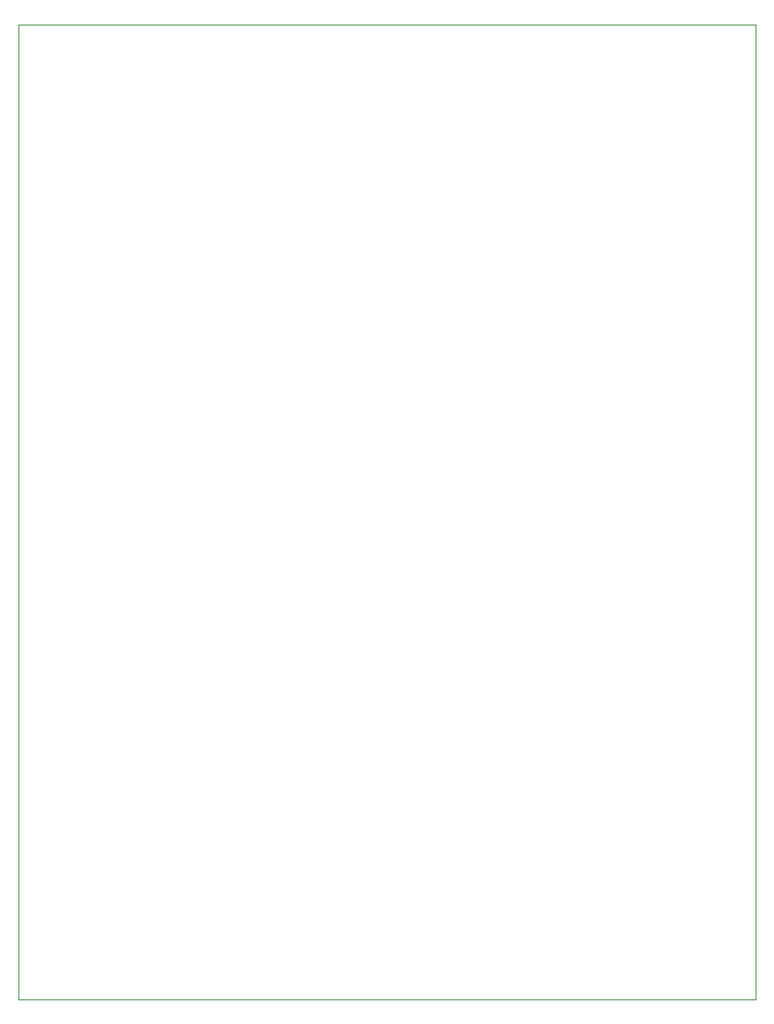
<source format=gbr>
%TF.GenerationSoftware,KiCad,Pcbnew,5.1.10*%
%TF.CreationDate,2022-01-14T13:32:54+01:00*%
%TF.ProjectId,modules_board,6d6f6475-6c65-4735-9f62-6f6172642e6b,rev?*%
%TF.SameCoordinates,Original*%
%TF.FileFunction,Profile,NP*%
%FSLAX46Y46*%
G04 Gerber Fmt 4.6, Leading zero omitted, Abs format (unit mm)*
G04 Created by KiCad (PCBNEW 5.1.10) date 2022-01-14 13:32:54*
%MOMM*%
%LPD*%
G01*
G04 APERTURE LIST*
%TA.AperFunction,Profile*%
%ADD10C,0.050000*%
%TD*%
G04 APERTURE END LIST*
D10*
X58420000Y-43180000D02*
X129540000Y-43180000D01*
X129540000Y-137160000D02*
X58420000Y-137160000D01*
X129540000Y-43180000D02*
X129540000Y-137160000D01*
X58420000Y-43180000D02*
X58420000Y-137160000D01*
M02*

</source>
